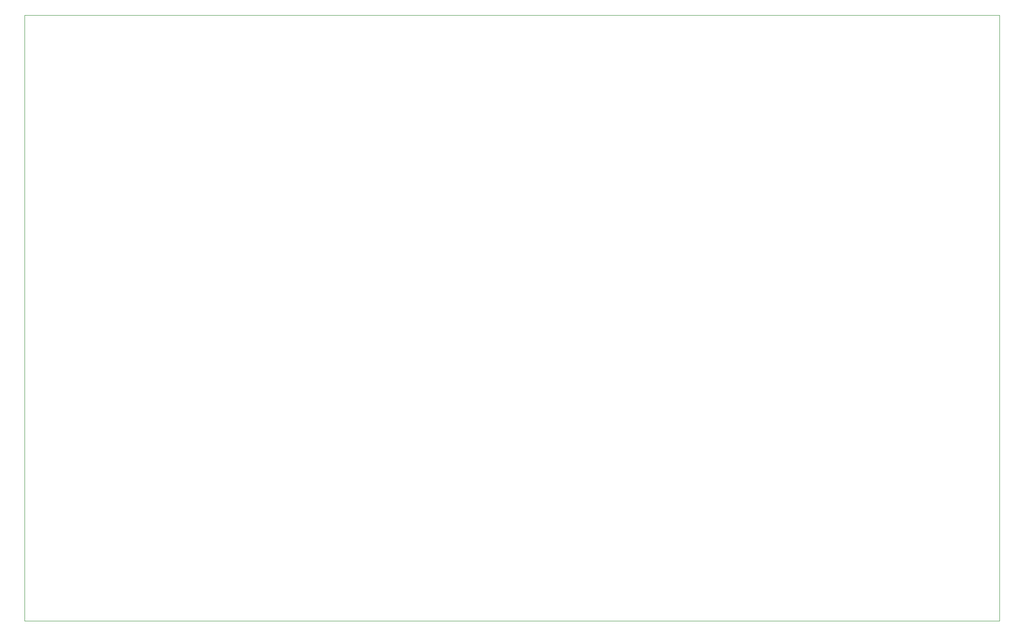
<source format=gbr>
%TF.GenerationSoftware,KiCad,Pcbnew,8.0.4*%
%TF.CreationDate,2024-09-25T11:32:12+02:00*%
%TF.ProjectId,ys.granular,79732e67-7261-46e7-956c-61722e6b6963,rev?*%
%TF.SameCoordinates,Original*%
%TF.FileFunction,Profile,NP*%
%FSLAX46Y46*%
G04 Gerber Fmt 4.6, Leading zero omitted, Abs format (unit mm)*
G04 Created by KiCad (PCBNEW 8.0.4) date 2024-09-25 11:32:12*
%MOMM*%
%LPD*%
G01*
G04 APERTURE LIST*
%TA.AperFunction,Profile*%
%ADD10C,0.050000*%
%TD*%
G04 APERTURE END LIST*
D10*
X72000000Y-17000000D02*
X257000000Y-17000000D01*
X257000000Y-132000000D01*
X72000000Y-132000000D01*
X72000000Y-17000000D01*
M02*

</source>
